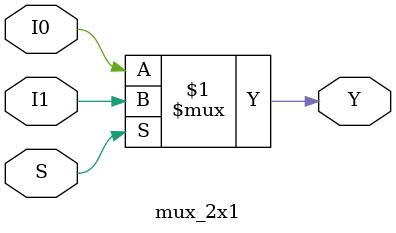
<source format=sv>
module mux_8x1(
  input [7:0] I,
  input [2:0] S,
  output Y
);
  
  wire Y1, Y2;
  mux_4x1 m1(I[3:0], S[1:0], Y1);
  mux_4x1 m2(I[7:4], S[1:0], Y2);
  mux_2x1 m3(Y1, Y2, S[2], Y);
endmodule
module mux_4x1(
  input [3:0] I,
  input [1:0] S,
  output reg Y
);
  always@(*)
    begin
      case(S)
        2'b00: Y=I[0];
        2'b01: Y=I[1];
        2'b10: Y=I[2];
        2'b11: Y=I[3];
      endcase
    end
endmodule

module mux_2x1(
  input I0, I1,
  input S,
  output Y
);
  assign Y=S?I1:I0;
endmodule
 

    
    
  
</source>
